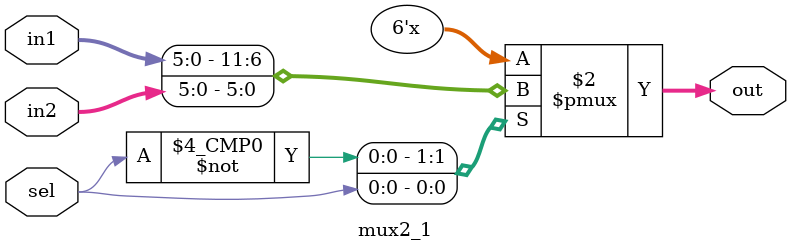
<source format=v>
`timescale 1ns / 1ps


module mux2_1(
input[5:0] in1,in2,
input  sel,
output reg[5:0] out
);
    always@(*) begin
        case(sel)
            1'b0:out=in1;
            1'b1:out=in2;
            default:out=0;
        endcase
    end
endmodule

</source>
